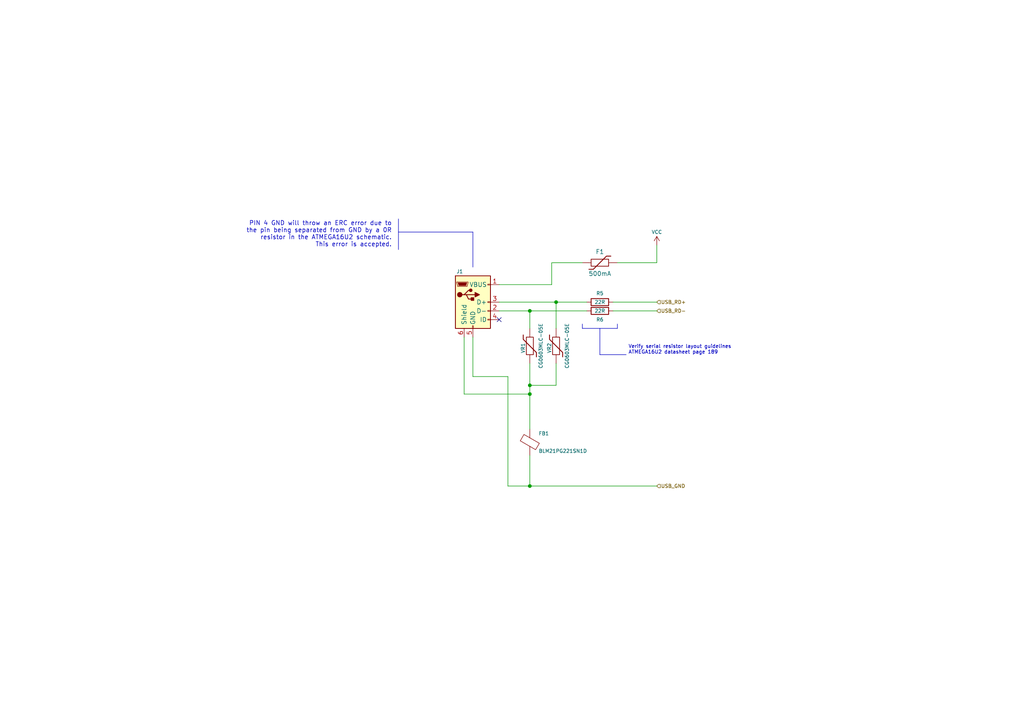
<source format=kicad_sch>
(kicad_sch (version 20230121) (generator eeschema)
  (paper "A4")
  (title_block (title "Arduino UNO R3 Clone") (date "2021-08-06") (rev "1") (company "Rheingold Heavy") (comment 1 "Based on the Arduino UNO R3 From arduino.cc"))
  (lib_symbols
    (symbol "Connector:USB_B_Micro" (pin_names (offset 1.016))
      (property "Reference" "J" (at -5.08 11.43 0))
      (property "Value" "USB_B_Micro" (at -5.08 8.89 0))
      (symbol "USB_B_Micro_0_1"
        (rectangle (start -5.08 -7.62) (end 5.08 7.62) (stroke (width 0.254)) (fill (type background)))
        (circle (center -3.81 2.159) (radius 0.635) (stroke (width 0.254)) (fill (type outline)))
        (circle (center -0.635 3.429) (radius 0.381) (stroke (width 0.254)) (fill (type outline)))
        (rectangle (start -0.127 -7.62) (end 0.127 -6.858))
        (polyline (pts (xy -1.905 2.159) (xy 0.635 2.159)) (stroke (width 0.254)))
        (polyline (pts (xy -3.175 2.159) (xy -2.54 2.159) (xy -1.27 3.429) (xy -0.635 3.429)) (stroke (width 0.254)))
        (polyline (pts (xy -2.54 2.159) (xy -1.905 2.159) (xy -1.27 0.889) (xy 0 0.889)) (stroke (width 0.254)))
        (polyline (pts (xy 0.635 2.794) (xy 0.635 1.524) (xy 1.905 2.159) (xy 0.635 2.794)) (stroke (width 0.254)) (fill (type outline)))
        (polyline (pts (xy -4.318 5.588) (xy -1.778 5.588) (xy -2.032 4.826) (xy -4.064 4.826) (xy -4.318 5.588)) (fill (type outline)))
        (polyline (pts (xy -4.699 5.842) (xy -4.699 5.588) (xy -4.445 4.826) (xy -4.445 4.572) (xy -1.651 4.572) (xy -1.651 4.826) (xy -1.397 5.588) (xy -1.397 5.842) (xy -4.699 5.842)))
        (rectangle (start 0.254 1.27) (end -0.508 0.508) (stroke (width 0.254)) (fill (type outline)))
        (rectangle (start 5.08 -5.207) (end 4.318 -4.953))
        (rectangle (start 5.08 -2.667) (end 4.318 -2.413))
        (rectangle (start 5.08 -0.127) (end 4.318 0.127))
        (rectangle (start 5.08 4.953) (end 4.318 5.207))
      )
      (symbol "USB_B_Micro_1_1"
        (pin power_out line (at 7.62 5.08 180) (length 2.54) (name "VBUS") (number "1"))
        (pin bidirectional line (at 7.62 -2.54 180) (length 2.54) (name "D-") (number "2"))
        (pin bidirectional line (at 7.62 0 180) (length 2.54) (name "D+") (number "3"))
        (pin passive line (at 7.62 -5.08 180) (length 2.54) (name "ID") (number "4"))
        (pin power_out line (at 0 -10.16 90) (length 2.54) (name "GND") (number "5"))
        (pin passive line (at -2.54 -10.16 90) (length 2.54) (name "Shield") (number "6"))
      )
    )
    (symbol "Device:FerriteBead" (pin_numbers hide) (pin_names (offset 0))
      (property "Reference" "FB" (at -3.81 0.635 90))
      (property "Value" "FerriteBead" (at 3.81 0 90))
      (symbol "FerriteBead_0_1"
        (polyline (pts (xy 0 -1.27) (xy 0 -1.2192)))
        (polyline (pts (xy 0 1.27) (xy 0 1.2954)))
        (polyline (pts (xy -2.7686 0.4064) (xy -1.7018 2.2606) (xy 2.7686 -0.3048) (xy 1.6764 -2.159) (xy -2.7686 0.4064)))
      )
      (symbol "FerriteBead_1_1"
        (pin passive line (at 0 3.81 270) (length 2.54) (name "~") (number "1"))
        (pin passive line (at 0 -3.81 90) (length 2.54) (name "~") (number "2"))
      )
    )
    (symbol "Device:R" (pin_numbers hide) (pin_names (offset 0))
      (property "Reference" "R" (at 2.032 0 90))
      (property "Value" "R" (at 0 0 90))
      (symbol "R_0_1"
        (rectangle (start -1.016 -2.54) (end 1.016 2.54) (stroke (width 0.254)))
      )
      (symbol "R_1_1"
        (pin passive line (at 0 3.81 270) (length 1.27) (name "~") (number "1"))
        (pin passive line (at 0 -3.81 90) (length 1.27) (name "~") (number "2"))
      )
    )
    (symbol "Device:Thermistor" (pin_numbers hide) (pin_names (offset 0))
      (property "Reference" "TH" (at 2.54 1.27 90))
      (property "Value" "Thermistor" (at -2.54 0 90))
      (symbol "Thermistor_0_1"
        (rectangle (start -1.016 2.54) (end 1.016 -2.54) (stroke (width 0.2032)))
        (polyline (pts (xy -1.905 3.175) (xy -1.905 1.905) (xy 1.905 -1.905) (xy 1.905 -3.175) (xy 1.905 -3.175)) (stroke (width 0.254)))
      )
      (symbol "Thermistor_1_1"
        (pin passive line (at 0 5.08 270) (length 2.54) (name "~") (number "1"))
        (pin passive line (at 0 -5.08 90) (length 2.54) (name "~") (number "2"))
      )
    )
    (symbol "power:VCC" (power) (pin_names (offset 0))
      (property "Value" "VCC" (at 0 3.81 0))
      (symbol "VCC_0_1"
        (polyline (pts (xy -0.762 1.27) (xy 0 2.54)))
        (polyline (pts (xy 0 0) (xy 0 2.54)))
        (polyline (pts (xy 0 2.54) (xy 0.762 1.27)))
      )
      (symbol "VCC_1_1"
        (pin power_in line (at 0 0 90) (length 0) hide (name "VCC") (number "1"))
      )
    )
  )
  (junction (at 161.29 87.63))
  (junction (at 153.67 114.3))
  (junction (at 153.67 111.76))
  (junction (at 153.67 140.97))
  (junction (at 153.67 90.17))
  (no_connect (at 144.78 92.71))
  (wire (pts (xy 147.32 109.22) (xy 147.32 140.97)))
  (wire (pts (xy 134.62 97.79) (xy 134.62 114.3)))
  (wire (pts (xy 147.32 140.97) (xy 153.67 140.97)))
  (wire (pts (xy 153.67 114.3) (xy 153.67 124.46)))
  (wire (pts (xy 177.8 90.17) (xy 190.5 90.17)))
  (wire (pts (xy 137.16 109.22) (xy 137.16 97.79)))
  (wire (pts (xy 179.07 76.2) (xy 190.5 76.2)))
  (wire (pts (xy 161.29 87.63) (xy 170.18 87.63)))
  (wire (pts (xy 161.29 111.76) (xy 153.67 111.76)))
  (wire (pts (xy 153.67 90.17) (xy 153.67 95.25)))
  (wire (pts (xy 161.29 87.63) (xy 161.29 95.25)))
  (polyline (pts (xy 179.07 95.25) (xy 179.07 93.98)))
  (polyline (pts (xy 115.57 67.31) (xy 137.16 67.31)))
  (wire (pts (xy 153.67 105.41) (xy 153.67 111.76)))
  (wire (pts (xy 190.5 76.2) (xy 190.5 71.12)))
  (wire (pts (xy 160.02 82.55) (xy 160.02 76.2)))
  (wire (pts (xy 177.8 87.63) (xy 190.5 87.63)))
  (wire (pts (xy 137.16 109.22) (xy 147.32 109.22)))
  (wire (pts (xy 144.78 82.55) (xy 160.02 82.55)))
  (polyline (pts (xy 168.91 95.25) (xy 179.07 95.25)))
  (wire (pts (xy 153.67 111.76) (xy 153.67 114.3)))
  (wire (pts (xy 153.67 140.97) (xy 190.5 140.97)))
  (polyline (pts (xy 115.57 63.5) (xy 115.57 72.39)))
  (wire (pts (xy 134.62 114.3) (xy 153.67 114.3)))
  (wire (pts (xy 144.78 90.17) (xy 153.67 90.17)))
  (wire (pts (xy 153.67 132.08) (xy 153.67 140.97)))
  (wire (pts (xy 144.78 87.63) (xy 161.29 87.63)))
  (wire (pts (xy 160.02 76.2) (xy 168.91 76.2)))
  (wire (pts (xy 161.29 105.41) (xy 161.29 111.76)))
  (polyline (pts (xy 168.91 93.98) (xy 168.91 95.25)))
  (polyline (pts (xy 173.99 102.87) (xy 181.61 102.87)))
  (wire (pts (xy 153.67 90.17) (xy 170.18 90.17)))
  (polyline (pts (xy 137.16 67.31) (xy 137.16 77.47)))
  (polyline (pts (xy 173.99 95.25) (xy 173.99 102.87)))
  (text "PIN 4 GND will throw an ERC error due to\nthe pin being separated from GND by a 0R\nresistor in the ATMEGA16U2 schematic.\nThis error is accepted." (at 113.665 71.755 0) (effects (font (size 1.27 1.27)) (justify right bottom)))
  (text "Verify serial resistor layout guidelines\nATMEGA16U2 datasheet page 189" (at 182.245 102.87 0) (effects (font (size 1.016 1.016)) (justify left bottom)))
  (hierarchical_label "USB_RD+" (shape input) (at 190.5 87.63 0) (effects (font (size 1.016 1.016))))
  (hierarchical_label "USB_RD-" (shape input) (at 190.5 90.17 0) (effects (font (size 1.016 1.016))))
  (hierarchical_label "USB_GND" (shape input) (at 190.5 140.97 0) (effects (font (size 1.016 1.016))))
  (symbol (lib_id "Device:Thermistor") (at 173.99 76.2 90) (unit 1)
    (property "Reference" "F1" (at 173.99 73.025 90))
    (property "Value" "500mA" (at 173.99 79.375 90))
    (property "Footprint" "Resistor_SMD:R_0805_2012Metric" (effects hide))
    (property "Datasheet" "http://www.bourns.com/data/global/pdfs/mfmsmf.pdf" (effects hide))
    (property "Characteristics" "500mA EMPERATURE DEPENDENT, PTC RESETTABLE FUSE" (effects hide))
    (property "Description" "PTC Resettable Fuse on USBVCC" (effects hide))
    (property "MFN" "Bourns" (effects hide))
    (property "Package ID" "SMD" (effects hide))
    (property "Source" "ANY" (effects hide))
    (property "Critical" "N" (effects hide))
    (property "Subsystem" "USB_Cnxn" (effects hide))
    (property "MPN" "MF-MSMF050-2" (effects hide))
  )
  (symbol (lib_id "Device:R") (at 173.99 87.63 90) (unit 1)
    (property "Reference" "R5" (at 173.99 85.09 90) (effects (font (size 1.016 1.016))))
    (property "Value" "22R" (at 173.99 87.63 90) (effects (font (size 1.016 1.016))))
    (property "Footprint" "Resistor_SMD:R_0603_1608Metric" (effects hide))
    (property "Datasheet" "http://www.yageo.com/NewPortal/yageodocoutput?fileName=/pdf/R-Chip/PYu-RC_Group_51_RoHS_L_3.pdf" (effects hide))
    (property "Characteristics" "RES SMD 22 OHM 5% 1/8W 0805" (effects hide))
    (property "Description" "22R USB Termination Resistor" (effects hide))
    (property "MFN" "Yageo" (effects hide))
    (property "Package ID" "SMD_0805" (effects hide))
    (property "Source" "ANY" (effects hide))
    (property "Critical" "Y" (effects hide))
    (property "Subsystem" "USB_Cnxn" (effects hide))
    (property "Notes" "Must match 5% tolerance" (effects hide))
    (property "MPN" "RC0805JR-0722RL" (effects hide))
  )
  (symbol (lib_id "Connector:USB_B_Micro") (at 137.16 87.63 0) (unit 1)
    (property "Reference" "J1" (at 133.35 78.74 0) (effects (font (size 1.016 1.016))))
    (property "Value" "USB_TYPE_B" (effects hide))
    (property "Footprint" "Connector_USB:USB_Micro-B_Molex-105017-0001" (effects hide))
    (property "Package ID" "PTH" (effects hide))
    (property "Source" "ANY" (effects hide))
    (property "Critical" "Y" (effects hide))
    (property "Notes" "Must match footprint" (effects hide))
  )
  (symbol (lib_id "Device:Thermistor") (at 161.29 100.33 0) (unit 1)
    (property "Reference" "VR2" (at 158.75 100.965 90) (effects (font (size 1.016 1.016)) (justify top)))
    (property "Value" "CG0603MLC-05E" (at 164.465 100.33 90) (effects (font (size 1.016 1.016))))
    (property "Footprint" "Resistor_SMD:R_0603_1608Metric" (effects hide))
    (property "Datasheet" "http://www.bourns.com/data/global/pdfs/mlc.pdf" (effects hide))
    (property "Characteristics" "VOLTAGE DEPENDENT RESISTOR, 5V, SURFACE MOUNT, CHIP, 0603," (effects hide))
    (property "Description" "ESD Protection Varistor" (effects hide))
    (property "MFN" "Bourns" (effects hide))
    (property "Package ID" "0603" (effects hide))
    (property "Source" "ANY" (effects hide))
    (property "Critical" "N" (effects hide))
    (property "Subsystem" "USB_Cnxn" (effects hide))
    (property "MPN" "CG0603MLC-05E" (effects hide))
  )
  (symbol (lib_id "Device:FerriteBead") (at 153.67 128.27 0) (unit 1)
    (property "Reference" "FB1" (at 156.21 125.73 0) (effects (font (size 1.016 1.016)) (justify left)))
    (property "Value" "BLM21PG221SN1D" (at 156.21 130.81 0) (effects (font (size 1.016 1.016)) (justify left)))
    (property "Footprint" "Inductor_SMD:L_0805_2012Metric" (effects hide))
    (property "Datasheet" "http://search.murata.co.jp/Ceramy/image/img/PDF/ENG/L0110S0100BLM21P.pdf" (effects hide))
    (property "Characteristics" "2 A, FERRITE CHIP, EIA STD PACKAGE SIZE 0805" (effects hide))
    (property "Description" "USB Ferrite Bead" (effects hide))
    (property "MFN" "Murata" (effects hide))
    (property "Package ID" "SMD_0805" (effects hide))
    (property "Source" "ANY" (effects hide))
    (property "Critical" "N" (effects hide))
    (property "Subsystem" "USB_Cnxn" (effects hide))
    (property "Notes" "Must meet 2A tolerance rating" (effects hide))
    (property "MPN" "BLM21PG221SN1D" (effects hide))
  )
  (symbol (lib_id "Device:Thermistor") (at 153.67 100.33 0) (unit 1)
    (property "Reference" "VR1" (at 151.13 100.965 90) (effects (font (size 1.016 1.016)) (justify top)))
    (property "Value" "CG0603MLC-05E" (at 156.845 100.33 90) (effects (font (size 1.016 1.016))))
    (property "Footprint" "Resistor_SMD:R_0603_1608Metric" (effects hide))
    (property "Datasheet" "http://www.bourns.com/data/global/pdfs/mlc.pdf" (effects hide))
    (property "Characteristics" "VOLTAGE DEPENDENT RESISTOR, 5V, SURFACE MOUNT, CHIP, 0603," (effects hide))
    (property "Description" "ESD Protection Varistor" (effects hide))
    (property "MFN" "Bourns" (effects hide))
    (property "Package ID" "0603" (effects hide))
    (property "Source" "ANY" (effects hide))
    (property "Critical" "N" (effects hide))
    (property "Subsystem" "USB_Cnxn" (effects hide))
    (property "MPN" "CG0603MLC-05E" (effects hide))
  )
  (symbol (lib_id "Device:R") (at 173.99 90.17 90) (unit 1)
    (property "Reference" "R6" (at 173.99 92.71 90) (effects (font (size 1.016 1.016))))
    (property "Value" "22R" (at 173.99 90.17 90) (effects (font (size 1.016 1.016))))
    (property "Footprint" "Resistor_SMD:R_0603_1608Metric" (effects hide))
    (property "Datasheet" "http://www.yageo.com/NewPortal/yageodocoutput?fileName=/pdf/R-Chip/PYu-RC_Group_51_RoHS_L_3.pdf" (effects hide))
    (property "Characteristics" "RES SMD 22 OHM 5% 1/8W 0805" (effects hide))
    (property "Description" "22R USB Termination Resistor" (effects hide))
    (property "MFN" "Yageo" (effects hide))
    (property "Package ID" "SMD_0805" (effects hide))
    (property "Source" "ANY" (effects hide))
    (property "Critical" "Y" (effects hide))
    (property "Subsystem" "USB_Cnxn" (effects hide))
    (property "Notes" "Must match 5% tolerance" (effects hide))
    (property "MPN" "RC0805JR-0722RL" (effects hide))
  )
  (symbol (lib_id "power:VCC") (at 190.5 71.12 0) (unit 1)
    (property "Reference" "#PWR0202" (effects hide))
    (property "Value" "VCC" (at 190.5 67.31 0) (effects (font (size 1.016 1.016))))
    (instances (project "Arduino_Uno_R3_From_Scratch" (path "" (reference "#PWR0202") (unit 1)) (path "" (reference "#PWR0301") (unit 1))))
  )
)
</source>
